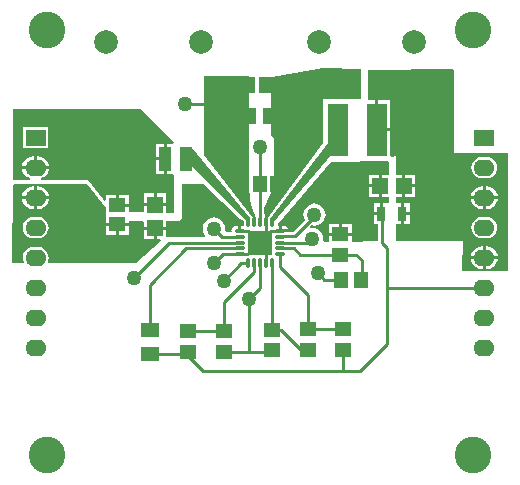
<source format=gtl>
G04 Layer_Physical_Order=1*
G04 Layer_Color=25308*
%FSAX44Y44*%
%MOMM*%
G71*
G01*
G75*
%ADD10R,1.4500X1.3000*%
%ADD11R,1.4000X1.4000*%
%ADD12R,1.4000X1.4000*%
%ADD13R,0.8001X1.1999*%
%ADD14R,1.1500X1.3500*%
%ADD15R,1.3000X1.4500*%
%ADD16R,1.5240X1.1430*%
%ADD17R,1.4500X1.1500*%
%ADD18R,1.1500X1.4500*%
%ADD19R,1.0160X2.0320*%
%ADD20O,0.8500X0.2800*%
%ADD21O,0.2800X0.8500*%
%ADD22R,2.0500X2.0500*%
%ADD23R,1.8000X4.5000*%
%ADD24C,0.2540*%
%ADD25O,1.7780X1.3970*%
%ADD26R,1.7780X1.3970*%
%ADD27C,3.1000*%
%ADD28C,2.0000*%
%ADD29C,1.2700*%
G36*
X00826028Y00775771D02*
X00775085Y00715160D01*
X00773254Y00719997D01*
X00828240Y00791870D01*
X00826028Y00775771D01*
D02*
G37*
G36*
X00873446Y00767672D02*
X00873512Y00758211D01*
X00872617Y00757310D01*
X00867610D01*
Y00747770D01*
Y00738230D01*
X00873650D01*
X00873681Y00733761D01*
X00872786Y00732859D01*
X00868471D01*
Y00724320D01*
X00867201D01*
Y00723050D01*
X00860660D01*
Y00715780D01*
X00864406D01*
Y00700754D01*
X00859640Y00700670D01*
X00843130Y00700590D01*
X00842230Y00701485D01*
Y00705550D01*
X00822650D01*
Y00700490D01*
X00819028Y00700472D01*
X00818092Y00701512D01*
X00818271Y00702870D01*
X00817949Y00705311D01*
X00817007Y00707585D01*
X00815508Y00709538D01*
X00813555Y00711037D01*
X00811281Y00711979D01*
X00808840Y00712301D01*
X00807576Y00712134D01*
X00806672Y00713087D01*
X00808020Y00714435D01*
X00808199Y00714361D01*
X00810640Y00714039D01*
X00813081Y00714361D01*
X00815355Y00715303D01*
X00817309Y00716802D01*
X00818807Y00718755D01*
X00819749Y00721029D01*
X00820071Y00723470D01*
X00819749Y00725911D01*
X00818807Y00728185D01*
X00817309Y00730138D01*
X00815355Y00731637D01*
X00813081Y00732579D01*
X00810640Y00732901D01*
X00808199Y00732579D01*
X00805925Y00731637D01*
X00803971Y00730138D01*
X00802473Y00728185D01*
X00801531Y00725911D01*
X00801209Y00723470D01*
X00801531Y00721029D01*
X00802317Y00719131D01*
X00802040Y00717970D01*
D01*
Y00717970D01*
X00800960Y00716805D01*
X00792589Y00708434D01*
X00789392D01*
X00789338Y00708500D01*
X00781790D01*
Y00709770D01*
X00780520D01*
Y00713787D01*
X00780074D01*
X00779484Y00715057D01*
X00824340Y00768179D01*
X00872542Y00768563D01*
X00873446Y00767672D01*
D02*
G37*
G36*
X00618150Y00749466D02*
X00634040Y00728655D01*
X00634040Y00718270D01*
X00634040D01*
X00634050Y00718260D01*
Y00716540D01*
X00653630D01*
Y00718270D01*
X00665402D01*
X00666300Y00717372D01*
Y00713240D01*
X00685380D01*
Y00718270D01*
X00696740D01*
X00698640Y00720170D01*
X00698740Y00720270D01*
Y00749070D01*
X00715840D01*
X00716040Y00749270D01*
X00747740Y00719870D01*
X00751073Y00717678D01*
Y00714896D01*
X00750242Y00713909D01*
X00749855Y00713787D01*
X00748560D01*
Y00709770D01*
X00746020D01*
Y00713787D01*
X00744440D01*
X00742903Y00713481D01*
X00741599Y00712611D01*
X00740729Y00711307D01*
X00740423Y00709770D01*
X00740434Y00709716D01*
X00739610Y00708749D01*
X00739083Y00708768D01*
X00735709Y00708791D01*
X00734673Y00710069D01*
X00734871Y00711570D01*
X00734549Y00714011D01*
X00733607Y00716285D01*
X00732109Y00718239D01*
X00730155Y00719737D01*
X00727881Y00720679D01*
X00725440Y00721001D01*
X00722999Y00720679D01*
X00720725Y00719737D01*
X00718772Y00718239D01*
X00717273Y00716285D01*
X00716331Y00714011D01*
X00716009Y00711570D01*
X00716331Y00709129D01*
X00717273Y00706855D01*
X00718239Y00705595D01*
X00717611Y00704327D01*
X00705540Y00704370D01*
X00688540D01*
X00685380Y00704440D01*
Y00710700D01*
X00677110D01*
Y00702430D01*
X00680017D01*
X00680474Y00701245D01*
X00659825Y00682570D01*
X00647340Y00682570D01*
X00585449D01*
X00584744Y00683626D01*
X00585199Y00684724D01*
X00585508Y00687070D01*
X00585199Y00689416D01*
X00584293Y00691601D01*
X00582853Y00693478D01*
X00580976Y00694918D01*
X00578791Y00695824D01*
X00576445Y00696133D01*
X00572635D01*
X00570289Y00695824D01*
X00568104Y00694918D01*
X00566227Y00693478D01*
X00564787Y00691601D01*
X00563881Y00689416D01*
X00563573Y00687070D01*
X00563881Y00684724D01*
X00564336Y00683626D01*
X00563631Y00682570D01*
X00555817D01*
X00554921Y00683469D01*
X00555104Y00748803D01*
X00556005Y00749699D01*
X00618150Y00749466D01*
D02*
G37*
G36*
X00663840Y00812570D02*
X00691550Y00784860D01*
X00691024Y00783590D01*
X00685800D01*
Y00770890D01*
Y00758190D01*
X00691005D01*
X00691901Y00757290D01*
X00691740Y00725170D01*
X00685380Y00725192D01*
Y00730700D01*
X00666300D01*
Y00726159D01*
X00665400Y00725262D01*
X00653630Y00725304D01*
Y00730000D01*
X00643840D01*
Y00731270D01*
X00642570D01*
Y00740310D01*
X00634050D01*
Y00735484D01*
X00632855Y00735055D01*
X00631440Y00736770D01*
X00618776Y00752870D01*
X00579546Y00752870D01*
X00579293Y00754140D01*
X00581249Y00754950D01*
X00583238Y00756477D01*
X00584765Y00758466D01*
X00585725Y00760783D01*
X00585885Y00762000D01*
X00563195D01*
X00563355Y00760783D01*
X00564315Y00758466D01*
X00565842Y00756477D01*
X00567831Y00754950D01*
X00569787Y00754140D01*
X00569534Y00752870D01*
X00556138Y00752870D01*
X00555240Y00753768D01*
X00555240Y00803370D01*
X00555240Y00812570D01*
X00646140D01*
X00663840Y00812570D01*
D02*
G37*
G36*
X00755340Y00747110D02*
X00756440Y00736270D01*
X00757240Y00731870D01*
X00760915Y00720951D01*
X00760940Y00719870D01*
X00758639Y00720312D01*
X00717040Y00774100D01*
X00717040Y00840570D01*
X00717240Y00840770D01*
X00755340D01*
X00755340Y00747110D01*
D02*
G37*
G36*
X00755740Y00720270D02*
X00753040Y00719270D01*
X00730840Y00741070D01*
X00706940Y00763870D01*
X00706732Y00780100D01*
X00755740Y00720270D01*
D02*
G37*
G36*
X00850305Y00847019D02*
X00850200Y00820970D01*
X00817940D01*
X00817741Y00784291D01*
X00770423Y00720059D01*
X00768384Y00719991D01*
X00768140Y00728670D01*
X00773140Y00739670D01*
X00776740Y00748721D01*
X00776740Y00788170D01*
X00773640Y00790670D01*
Y00838970D01*
X00774540Y00839870D01*
X00774440Y00839670D01*
X00817739Y00847604D01*
X00850305Y00847019D01*
D02*
G37*
G36*
X00929140Y00845471D02*
X00929159Y00775949D01*
X00974396Y00775837D01*
X00974539Y00676769D01*
X00973641Y00675870D01*
X00936840D01*
X00935944Y00676770D01*
X00936040Y00701470D01*
X00880339Y00701372D01*
X00879440Y00702269D01*
X00879443Y00715780D01*
X00883929D01*
Y00724320D01*
Y00732859D01*
X00880345D01*
X00879447Y00733758D01*
X00879448Y00738230D01*
X00885070D01*
Y00747770D01*
Y00757310D01*
X00880350D01*
X00879452Y00758208D01*
X00879455Y00772667D01*
X00875886Y00772606D01*
X00874980Y00773496D01*
Y00794100D01*
X00863440D01*
Y00795370D01*
X00862170D01*
Y00820410D01*
X00856340D01*
Y00846270D01*
X00928242Y00846369D01*
X00929140Y00845471D01*
D02*
G37*
%LPC*%
G36*
X00953270Y00685800D02*
X00943195D01*
X00943355Y00684584D01*
X00944315Y00682266D01*
X00945842Y00680277D01*
X00947831Y00678750D01*
X00950148Y00677790D01*
X00952635Y00677463D01*
X00953270D01*
Y00685800D01*
D02*
G37*
G36*
X00891740Y00723050D02*
X00886469D01*
Y00715780D01*
X00891740D01*
Y00723050D01*
D02*
G37*
G36*
X00911570Y00722200D02*
X00907699D01*
X00907857Y00721406D01*
X00909026Y00719656D01*
X00910776Y00718487D01*
X00911570Y00718329D01*
Y00722200D01*
D02*
G37*
G36*
X00917981D02*
X00914110D01*
Y00718329D01*
X00914904Y00718487D01*
X00916654Y00719656D01*
X00917823Y00721406D01*
X00917981Y00722200D01*
D02*
G37*
G36*
X00865931Y00732859D02*
X00860660D01*
Y00725590D01*
X00865931D01*
Y00732859D01*
D02*
G37*
G36*
X00891740D02*
X00886469D01*
Y00725590D01*
X00891740D01*
Y00732859D01*
D02*
G37*
G36*
X00911570Y00728611D02*
X00910776Y00728453D01*
X00909026Y00727284D01*
X00907857Y00725534D01*
X00907699Y00724740D01*
X00911570D01*
Y00728611D01*
D02*
G37*
G36*
X00914110D02*
Y00724740D01*
X00917981D01*
X00917823Y00725534D01*
X00916654Y00727284D01*
X00914904Y00728453D01*
X00914110Y00728611D01*
D02*
G37*
G36*
X00965885Y00685800D02*
X00955810D01*
Y00677463D01*
X00956445D01*
X00958932Y00677790D01*
X00961249Y00678750D01*
X00963238Y00680277D01*
X00964765Y00682266D01*
X00965725Y00684584D01*
X00965885Y00685800D01*
D02*
G37*
G36*
X00642570Y00714000D02*
X00634050D01*
Y00706230D01*
X00642570D01*
Y00714000D01*
D02*
G37*
G36*
X00653630D02*
X00645110D01*
Y00706230D01*
X00653630D01*
Y00714000D01*
D02*
G37*
G36*
X00956445Y00721533D02*
X00952635D01*
X00950289Y00721224D01*
X00948104Y00720318D01*
X00946227Y00718878D01*
X00944787Y00717001D01*
X00943881Y00714816D01*
X00943572Y00712470D01*
X00943881Y00710124D01*
X00944787Y00707939D01*
X00946227Y00706062D01*
X00948104Y00704622D01*
X00950289Y00703716D01*
X00952635Y00703408D01*
X00956445D01*
X00958791Y00703716D01*
X00960976Y00704622D01*
X00962853Y00706062D01*
X00964293Y00707939D01*
X00965199Y00710124D01*
X00965508Y00712470D01*
X00965199Y00714816D01*
X00964293Y00717001D01*
X00962853Y00718878D01*
X00960976Y00720318D01*
X00958791Y00721224D01*
X00956445Y00721533D01*
D02*
G37*
G36*
X00674570Y00710700D02*
X00666300D01*
Y00702430D01*
X00674570D01*
Y00710700D01*
D02*
G37*
G36*
X00576445Y00721533D02*
X00572635D01*
X00570289Y00721224D01*
X00568104Y00720318D01*
X00566227Y00718878D01*
X00564787Y00717001D01*
X00563881Y00714816D01*
X00563573Y00712470D01*
X00563881Y00710124D01*
X00564787Y00707939D01*
X00566227Y00706062D01*
X00568104Y00704622D01*
X00570289Y00703716D01*
X00572635Y00703408D01*
X00576445D01*
X00578791Y00703716D01*
X00580976Y00704622D01*
X00582853Y00706062D01*
X00584293Y00707939D01*
X00585199Y00710124D01*
X00585508Y00712470D01*
X00585199Y00714816D01*
X00584293Y00717001D01*
X00582853Y00718878D01*
X00580976Y00720318D01*
X00578791Y00721224D01*
X00576445Y00721533D01*
D02*
G37*
G36*
X00784640Y00713787D02*
X00783060D01*
Y00711040D01*
X00788405D01*
X00788351Y00711307D01*
X00787481Y00712611D01*
X00786177Y00713481D01*
X00784640Y00713787D01*
D02*
G37*
G36*
X00953270Y00696677D02*
X00952635D01*
X00950148Y00696350D01*
X00947831Y00695390D01*
X00945842Y00693863D01*
X00944315Y00691874D01*
X00943355Y00689557D01*
X00943195Y00688340D01*
X00953270D01*
Y00696677D01*
D02*
G37*
G36*
X00956445D02*
X00955810D01*
Y00688340D01*
X00965885D01*
X00965725Y00689557D01*
X00964765Y00691874D01*
X00963238Y00693863D01*
X00961249Y00695390D01*
X00958932Y00696350D01*
X00956445Y00696677D01*
D02*
G37*
G36*
X00831170Y00715110D02*
X00822650D01*
Y00708090D01*
X00831170D01*
Y00715110D01*
D02*
G37*
G36*
X00842230D02*
X00833710D01*
Y00708090D01*
X00842230D01*
Y00715110D01*
D02*
G37*
G36*
X00895880Y00757310D02*
X00887610D01*
Y00749040D01*
X00895880D01*
Y00757310D01*
D02*
G37*
G36*
X00659370Y00757811D02*
X00658576Y00757653D01*
X00656826Y00756484D01*
X00655657Y00754734D01*
X00655499Y00753940D01*
X00659370D01*
Y00757811D01*
D02*
G37*
G36*
X00661910D02*
Y00753940D01*
X00665781D01*
X00665623Y00754734D01*
X00664454Y00756484D01*
X00662704Y00757653D01*
X00661910Y00757811D01*
D02*
G37*
G36*
X00659370Y00751400D02*
X00655499D01*
X00655657Y00750606D01*
X00656826Y00748856D01*
X00658576Y00747687D01*
X00659370Y00747529D01*
Y00751400D01*
D02*
G37*
G36*
X00665781D02*
X00661910D01*
Y00747529D01*
X00662704Y00747687D01*
X00664454Y00748856D01*
X00665623Y00750606D01*
X00665781Y00751400D01*
D02*
G37*
G36*
X00865070Y00757310D02*
X00856800D01*
Y00749040D01*
X00865070D01*
Y00757310D01*
D02*
G37*
G36*
X00956445Y00772333D02*
X00952635D01*
X00950289Y00772024D01*
X00948104Y00771118D01*
X00946227Y00769678D01*
X00944787Y00767801D01*
X00943881Y00765616D01*
X00943572Y00763270D01*
X00943881Y00760924D01*
X00944787Y00758739D01*
X00946227Y00756862D01*
X00948104Y00755422D01*
X00950289Y00754516D01*
X00952635Y00754208D01*
X00956445D01*
X00958791Y00754516D01*
X00960976Y00755422D01*
X00962853Y00756862D01*
X00964293Y00758739D01*
X00965199Y00760924D01*
X00965508Y00763270D01*
X00965199Y00765616D01*
X00964293Y00767801D01*
X00962853Y00769678D01*
X00960976Y00771118D01*
X00958791Y00772024D01*
X00956445Y00772333D01*
D02*
G37*
G36*
X00683260Y00783590D02*
X00676910D01*
Y00772160D01*
X00683260D01*
Y00783590D01*
D02*
G37*
G36*
X00585430Y00797655D02*
X00563650D01*
Y00779685D01*
X00585430D01*
Y00797655D01*
D02*
G37*
G36*
X00874980Y00820410D02*
X00864710D01*
Y00796640D01*
X00874980D01*
Y00820410D01*
D02*
G37*
G36*
X00683260Y00769620D02*
X00676910D01*
Y00758190D01*
X00683260D01*
Y00769620D01*
D02*
G37*
G36*
X00573270Y00772877D02*
X00572635D01*
X00570149Y00772550D01*
X00567831Y00771590D01*
X00565842Y00770063D01*
X00564315Y00768074D01*
X00563355Y00765757D01*
X00563195Y00764540D01*
X00573270D01*
Y00772877D01*
D02*
G37*
G36*
X00576445D02*
X00575810D01*
Y00764540D01*
X00585885D01*
X00585725Y00765757D01*
X00584765Y00768074D01*
X00583238Y00770063D01*
X00581249Y00771590D01*
X00578932Y00772550D01*
X00576445Y00772877D01*
D02*
G37*
G36*
X00965885Y00736600D02*
X00955810D01*
Y00728263D01*
X00956445D01*
X00958932Y00728590D01*
X00961249Y00729550D01*
X00963238Y00731077D01*
X00964765Y00733066D01*
X00965725Y00735384D01*
X00965885Y00736600D01*
D02*
G37*
G36*
X00653630Y00740310D02*
X00645110D01*
Y00732540D01*
X00653630D01*
Y00740310D01*
D02*
G37*
G36*
X00674570Y00741510D02*
X00666300D01*
Y00733240D01*
X00674570D01*
Y00741510D01*
D02*
G37*
G36*
X00573270Y00736600D02*
X00563195D01*
X00563355Y00735384D01*
X00564315Y00733066D01*
X00565842Y00731077D01*
X00567831Y00729550D01*
X00570149Y00728590D01*
X00572635Y00728263D01*
X00573270D01*
Y00736600D01*
D02*
G37*
G36*
X00585885D02*
X00575810D01*
Y00728263D01*
X00576445D01*
X00578932Y00728590D01*
X00581249Y00729550D01*
X00583238Y00731077D01*
X00584765Y00733066D01*
X00585725Y00735384D01*
X00585885Y00736600D01*
D02*
G37*
G36*
X00953270D02*
X00943195D01*
X00943355Y00735384D01*
X00944315Y00733066D01*
X00945842Y00731077D01*
X00947831Y00729550D01*
X00950148Y00728590D01*
X00952635Y00728263D01*
X00953270D01*
Y00736600D01*
D02*
G37*
G36*
X00685380Y00741510D02*
X00677110D01*
Y00733240D01*
X00685380D01*
Y00741510D01*
D02*
G37*
G36*
X00576445Y00747477D02*
X00575810D01*
Y00739140D01*
X00585885D01*
X00585725Y00740357D01*
X00584765Y00742674D01*
X00583238Y00744663D01*
X00581249Y00746190D01*
X00578932Y00747150D01*
X00576445Y00747477D01*
D02*
G37*
G36*
X00953270D02*
X00952635D01*
X00950148Y00747150D01*
X00947831Y00746190D01*
X00945842Y00744663D01*
X00944315Y00742674D01*
X00943355Y00740357D01*
X00943195Y00739140D01*
X00953270D01*
Y00747477D01*
D02*
G37*
G36*
X00956445D02*
X00955810D01*
Y00739140D01*
X00965885D01*
X00965725Y00740357D01*
X00964765Y00742674D01*
X00963238Y00744663D01*
X00961249Y00746190D01*
X00958932Y00747150D01*
X00956445Y00747477D01*
D02*
G37*
G36*
X00865070Y00746500D02*
X00856800D01*
Y00738230D01*
X00865070D01*
Y00746500D01*
D02*
G37*
G36*
X00895880D02*
X00887610D01*
Y00738230D01*
X00895880D01*
Y00746500D01*
D02*
G37*
G36*
X00573270Y00747477D02*
X00572635D01*
X00570149Y00747150D01*
X00567831Y00746190D01*
X00565842Y00744663D01*
X00564315Y00742674D01*
X00563355Y00740357D01*
X00563195Y00739140D01*
X00573270D01*
Y00747477D01*
D02*
G37*
%LPD*%
D10*
X00643840Y00715270D02*
D03*
Y00731270D02*
D03*
D11*
X00675840Y00731970D02*
D03*
Y00711970D02*
D03*
D12*
X00886340Y00747770D02*
D03*
X00866340D02*
D03*
X00754040Y00806770D02*
D03*
X00774040D02*
D03*
D13*
X00867201Y00724320D02*
D03*
X00885199D02*
D03*
D14*
X00779090Y00749070D02*
D03*
X00764590D02*
D03*
D15*
X00770040Y00832870D02*
D03*
X00754040D02*
D03*
D16*
X00671140Y00625930D02*
D03*
Y00605610D02*
D03*
D17*
X00832440Y00689320D02*
D03*
Y00706820D02*
D03*
X00734140Y00607420D02*
D03*
Y00624920D02*
D03*
X00703440Y00624520D02*
D03*
Y00607020D02*
D03*
X00774540Y00608620D02*
D03*
Y00626120D02*
D03*
X00834840Y00626620D02*
D03*
Y00609120D02*
D03*
X00805140Y00608720D02*
D03*
Y00626220D02*
D03*
D18*
X00832990Y00667870D02*
D03*
X00850490D02*
D03*
D19*
X00684530Y00770890D02*
D03*
X00702310D02*
D03*
D20*
X00747290Y00709770D02*
D03*
Y00704770D02*
D03*
Y00699770D02*
D03*
Y00694770D02*
D03*
Y00689770D02*
D03*
X00781790D02*
D03*
Y00694770D02*
D03*
Y00699770D02*
D03*
Y00704770D02*
D03*
Y00709770D02*
D03*
D21*
X00754540Y00682520D02*
D03*
X00759540D02*
D03*
X00764540D02*
D03*
X00769540D02*
D03*
X00774540D02*
D03*
Y00717020D02*
D03*
X00769540D02*
D03*
X00764540D02*
D03*
X00759540D02*
D03*
X00754540D02*
D03*
D22*
X00764540Y00699770D02*
D03*
D23*
X00863440Y00795370D02*
D03*
X00830440D02*
D03*
D24*
X00759540Y00674570D02*
Y00682520D01*
X00734140Y00649170D02*
X00759540Y00674570D01*
X00734140Y00624920D02*
Y00649170D01*
X00657540Y00670070D02*
X00687240Y00699770D01*
X00747290D01*
X00871990Y00613620D02*
Y00694820D01*
X00872390Y00661670D02*
X00954540D01*
X00867740Y00699070D02*
Y00723670D01*
X00747290Y00690040D02*
X00754810D01*
X00747290Y00689770D02*
Y00690040D01*
X00769540Y00682520D02*
Y00694770D01*
Y00704770D02*
X00774270Y00709500D01*
X00764540Y00699770D02*
X00769540Y00704770D01*
X00776744Y00709500D02*
Y00709770D01*
X00774270Y00709500D02*
X00776744D01*
Y00709770D02*
X00781790D01*
X00769540Y00704770D02*
Y00717020D01*
X00747290Y00709500D02*
X00754810D01*
X00764540Y00699770D01*
X00747290Y00709500D02*
Y00709770D01*
X00867740Y00699070D02*
X00871990Y00694820D01*
X00810640Y00721770D02*
Y00723470D01*
X00793970Y00705100D02*
X00810640Y00721770D01*
X00805740Y00699770D02*
X00808840Y00702870D01*
X00781790Y00699770D02*
X00805740D01*
X00782120Y00705100D02*
X00793970D01*
X00781790Y00704770D02*
X00782120Y00705100D01*
X00703440Y00624520D02*
X00733740D01*
X00700640Y00817470D02*
X00726640D01*
X00764540Y00717020D02*
Y00780670D01*
X00725840Y00682470D02*
X00733140Y00689770D01*
X00733840Y00667570D02*
X00748790Y00682520D01*
X00754540D01*
X00733140Y00689770D02*
X00747290D01*
X00725440Y00711570D02*
X00732240Y00704770D01*
X00747290D01*
X00813440Y00673570D02*
X00819140Y00667870D01*
X00850690D02*
Y00684620D01*
X00845990Y00689320D02*
X00850690Y00684620D01*
X00832440Y00689320D02*
X00845990D01*
X00798590D02*
X00832440D01*
X00793140Y00694770D02*
X00798590Y00689320D01*
X00781790Y00694770D02*
X00793140D01*
X00701840D02*
X00747290D01*
X00671140Y00664070D02*
X00701840Y00694770D01*
X00671140Y00625930D02*
Y00664070D01*
X00716670Y00590970D02*
X00849340D01*
X00834840Y00591070D02*
Y00609120D01*
X00702030Y00605610D02*
X00716670Y00590970D01*
X00849340D02*
X00871990Y00613620D01*
X00671140Y00605610D02*
X00702030D01*
X00734140Y00607420D02*
X00773340D01*
X00755240Y00608120D02*
Y00652270D01*
X00764540Y00661570D01*
Y00682520D01*
X00799490Y00608720D02*
X00805140D01*
X00782090Y00626120D02*
X00799490Y00608720D01*
X00774540Y00626120D02*
X00782090D01*
X00805140Y00626220D02*
X00834440D01*
X00805140D02*
Y00655570D01*
X00781790Y00678920D02*
X00805140Y00655570D01*
X00781790Y00678920D02*
Y00689770D01*
X00774540Y00626120D02*
Y00682520D01*
X00819140Y00667870D02*
X00832990D01*
D25*
X00954540Y00737870D02*
D03*
Y00610870D02*
D03*
Y00636270D02*
D03*
Y00661670D02*
D03*
Y00687070D02*
D03*
Y00763270D02*
D03*
Y00712470D02*
D03*
X00574540Y00737870D02*
D03*
Y00610870D02*
D03*
Y00636270D02*
D03*
Y00661670D02*
D03*
Y00687070D02*
D03*
Y00763270D02*
D03*
Y00712470D02*
D03*
D26*
X00954540Y00788670D02*
D03*
X00574540D02*
D03*
D27*
X00584540Y00879770D02*
D03*
X00944540D02*
D03*
Y00519770D02*
D03*
X00584540D02*
D03*
D28*
X00894540Y00869770D02*
D03*
X00814540D02*
D03*
X00714540D02*
D03*
X00634540D02*
D03*
D29*
X00660640Y00752670D02*
D03*
X00810640Y00723470D02*
D03*
X00808840Y00702870D02*
D03*
X00700640Y00817470D02*
D03*
X00764540Y00780670D02*
D03*
X00657540Y00670070D02*
D03*
X00733840Y00667570D02*
D03*
X00725840Y00682470D02*
D03*
X00725440Y00711570D02*
D03*
X00813440Y00673570D02*
D03*
X00755240Y00652270D02*
D03*
X00912840Y00723470D02*
D03*
M02*

</source>
